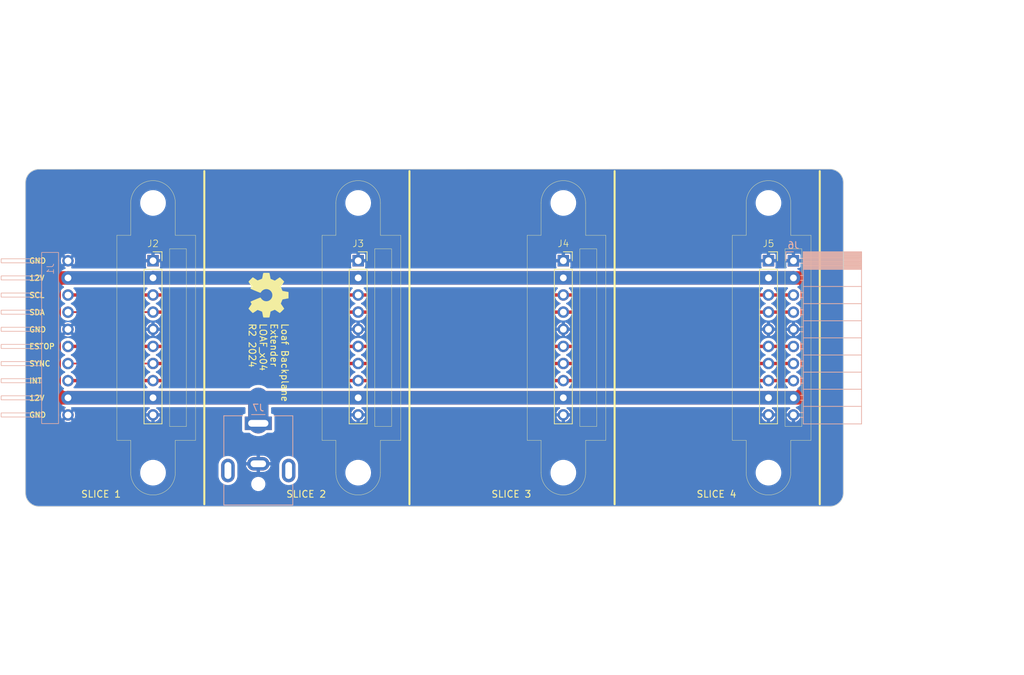
<source format=kicad_pcb>
(kicad_pcb (version 20240108) (generator "pcbnew") (generator_version "8.0")
  (layers (0 "F.Cu" signal) (31 "B.Cu" signal) (34 "B.Paste" user) (35 "F.Paste" user) (36 "B.SilkS" user "B.Silkscreen") (37 "F.SilkS" user "F.Silkscreen") (38 "B.Mask" user) (39 "F.Mask" user) (44 "Edge.Cuts" user))
  (net 0 "")
  (net 1 "GND")
  (net 2 "+12V")
  (net 3 "/SCL_5V")
  (net 4 "/SDA_5V")
  (net 5 "/E_STOP_5V")
  (net 6 "/INT_5V")
  (net 7 "/SYNC_5V")
  (footprint "SparkFun-Connector:BREAD 10-Pin Connector" (layer "F.Cu") (at 103.2 107.12)
    (property "Reference" "J3" (at 0 -13.97 0) (layer "F.SilkS") (effects (font (thickness 0.1))))
    (property "Value" "Conn_01x10_Male")
    (fp_line (start -5.35 -15.2) (end -5.35 15.2) (stroke (width 0.05)) (layer "F.SilkS"))
    (fp_line (start -3.3 -15.2) (end -5.35 -15.2) (stroke (width 0.05)) (layer "F.SilkS"))
    (fp_line (start -3.3 15.2) (end -5.35 15.2) (stroke (width 0.05)) (layer "F.SilkS"))
    (fp_line (start -3.299924 -19.97) (end -3.3 -15.2) (stroke (width 0.05)) (layer "F.SilkS"))
    (fp_line (start -3.299924 19.970001) (end -3.299848 15.200001) (stroke (width 0.05)) (layer "F.SilkS"))
    (fp_line (start -1.33 -10.16) (end -1.33 12.76) (stroke (width 0.12)) (layer "F.SilkS"))
    (fp_line (start -1.33 -10.16) (end 1.33 -10.16) (stroke (width 0.12)) (layer "F.SilkS"))
    (fp_line (start -1.33 12.76) (end 1.33 12.76) (stroke (width 0.12)) (layer "F.SilkS"))
    (fp_line (start 0 -12.76) (end 1.33 -12.76) (stroke (width 0.12)) (layer "F.SilkS"))
    (fp_line (start 1.33 -12.76) (end 1.33 -11.43) (stroke (width 0.12)) (layer "F.SilkS"))
    (fp_line (start 1.33 -10.16) (end 1.33 12.76) (stroke (width 0.12)) (layer "F.SilkS"))
    (fp_line (start 3.299924 -19.970001) (end 3.3 -15.2) (stroke (width 0.05)) (layer "F.SilkS"))
    (fp_line (start 3.299924 19.97) (end 3.3 15.2) (stroke (width 0.05)) (layer "F.SilkS"))
    (fp_line (start 6.3 -15.2) (end 3.3 -15.2) (stroke (width 0.05)) (layer "F.SilkS"))
    (fp_line (start 6.3 -15.2) (end 6.3 15.2) (stroke (width 0.05)) (layer "F.SilkS"))
    (fp_line (start 6.3 15.2) (end 3.3 15.2) (stroke (width 0.05)) (layer "F.SilkS"))
    (fp_rect (start 2.45 -13.2) (end 4.95 13.15) (stroke (width 0.05)) (fill none) (layer "F.SilkS"))
    (fp_arc (start -3.299924 -19.97) (mid 0 -23.30006) (end 3.299924 -19.970001) (stroke (width 0.05)) (layer "F.SilkS"))
    (fp_arc (start 3.299924 19.97) (mid 0 23.30006) (end -3.299924 19.970001) (stroke (width 0.05)) (layer "F.SilkS"))
    (pad "" np_thru_hole circle (at 0 -20) (size 3.3 3.3) (drill 3.3) (layers "F&B.Cu" "*.Mask"))
    (pad "" np_thru_hole circle (at 0 20) (size 3.3 3.3) (drill 3.3) (layers "F&B.Cu" "*.Mask"))
    (pad "1" thru_hole rect (at 0 -11.43) (size 1.7 1.7) (drill 1) (layers "*.Cu" "*.Mask") (net 1 "GND"))
    (pad "2" thru_hole oval (at 0 -8.89) (size 1.7 1.7) (drill 1) (layers "*.Cu" "*.Mask") (net 2 "+12V"))
    (pad "3" thru_hole oval (at 0 -6.35) (size 1.7 1.7) (drill 1) (layers "*.Cu" "*.Mask") (net 3 "/SCL_5V"))
    (pad "4" thru_hole oval (at 0 -3.81) (size 1.7 1.7) (drill 1) (layers "*.Cu" "*.Mask") (net 4 "/SDA_5V"))
    (pad "5" thru_hole oval (at 0 -1.27) (size 1.7 1.7) (drill 1) (layers "*.Cu" "*.Mask") (net 1 "GND"))
    (pad "6" thru_hole oval (at 0 1.27) (size 1.7 1.7) (drill 1) (layers "*.Cu" "*.Mask") (net 5 "/E_STOP_5V"))
    (pad "7" thru_hole oval (at 0 3.81) (size 1.7 1.7) (drill 1) (layers "*.Cu" "*.Mask") (net 6 "/INT_5V"))
    (pad "8" thru_hole oval (at 0 6.35) (size 1.7 1.7) (drill 1) (layers "*.Cu" "*.Mask") (net 7 "/SYNC_5V"))
    (pad "9" thru_hole oval (at 0 8.89) (size 1.7 1.7) (drill 1) (layers "*.Cu" "*.Mask") (net 2 "+12V"))
    (pad "10" thru_hole oval (at 0 11.43) (size 1.7 1.7) (drill 1) (layers "*.Cu" "*.Mask") (net 1 "GND"))
  )
  (footprint "SparkFun-Connector:BREAD 10-Pin Connector" (layer "F.Cu") (at 164 107.12)
    (property "Reference" "J5" (at 0 -13.97 0) (layer "F.SilkS") (effects (font (thickness 0.1))))
    (property "Value" "Conn_01x10_Male")
    (fp_line (start -5.35 -15.2) (end -5.35 15.2) (stroke (width 0.05)) (layer "F.SilkS"))
    (fp_line (start -3.3 -15.2) (end -5.35 -15.2) (stroke (width 0.05)) (layer "F.SilkS"))
    (fp_line (start -3.3 15.2) (end -5.35 15.2) (stroke (width 0.05)) (layer "F.SilkS"))
    (fp_line (start -3.299924 -19.97) (end -3.3 -15.2) (stroke (width 0.05)) (layer "F.SilkS"))
    (fp_line (start -3.299924 19.970001) (end -3.299848 15.200001) (stroke (width 0.05)) (layer "F.SilkS"))
    (fp_line (start -1.33 -10.16) (end -1.33 12.76) (stroke (width 0.12)) (layer "F.SilkS"))
    (fp_line (start -1.33 -10.16) (end 1.33 -10.16) (stroke (width 0.12)) (layer "F.SilkS"))
    (fp_line (start -1.33 12.76) (end 1.33 12.76) (stroke (width 0.12)) (layer "F.SilkS"))
    (fp_line (start 0 -12.76) (end 1.33 -12.76) (stroke (width 0.12)) (layer "F.SilkS"))
    (fp_line (start 1.33 -12.76) (end 1.33 -11.43) (stroke (width 0.12)) (layer "F.SilkS"))
    (fp_line (start 1.33 -10.16) (end 1.33 12.76) (stroke (width 0.12)) (layer "F.SilkS"))
    (fp_line (start 3.299924 -19.970001) (end 3.3 -15.2) (stroke (width 0.05)) (layer "F.SilkS"))
    (fp_line (start 3.299924 19.97) (end 3.3 15.2) (stroke (width 0.05)) (layer "F.SilkS"))
    (fp_line (start 6.3 -15.2) (end 3.3 -15.2) (stroke (width 0.05)) (layer "F.SilkS"))
    (fp_line (start 6.3 -15.2) (end 6.3 15.2) (stroke (width 0.05)) (layer "F.SilkS"))
    (fp_line (start 6.3 15.2) (end 3.3 15.2) (stroke (width 0.05)) (layer "F.SilkS"))
    (fp_rect (start 2.45 -13.2) (end 4.95 13.15) (stroke (width 0.05)) (fill none) (layer "F.SilkS"))
    (fp_arc (start -3.299924 -19.97) (mid 0 -23.30006) (end 3.299924 -19.970001) (stroke (width 0.05)) (layer "F.SilkS"))
    (fp_arc (start 3.299924 19.97) (mid 0 23.30006) (end -3.299924 19.970001) (stroke (width 0.05)) (layer "F.SilkS"))
    (pad "" np_thru_hole circle (at 0 -20) (size 3.3 3.3) (drill 3.3) (layers "F&B.Cu" "*.Mask"))
    (pad "" np_thru_hole circle (at 0 20) (size 3.3 3.3) (drill 3.3) (layers "F&B.Cu" "*.Mask"))
    (pad "1" thru_hole rect (at 0 -11.43) (size 1.7 1.7) (drill 1) (layers "*.Cu" "*.Mask") (net 1 "GND"))
    (pad "2" thru_hole oval (at 0 -8.89) (size 1.7 1.7) (drill 1) (layers "*.Cu" "*.Mask") (net 2 "+12V"))
    (pad "3" thru_hole oval (at 0 -6.35) (size 1.7 1.7) (drill 1) (layers "*.Cu" "*.Mask") (net 3 "/SCL_5V"))
    (pad "4" thru_hole oval (at 0 -3.81) (size 1.7 1.7) (drill 1) (layers "*.Cu" "*.Mask") (net 4 "/SDA_5V"))
    (pad "5" thru_hole oval (at 0 -1.27) (size 1.7 1.7) (drill 1) (layers "*.Cu" "*.Mask") (net 1 "GND"))
    (pad "6" thru_hole oval (at 0 1.27) (size 1.7 1.7) (drill 1) (layers "*.Cu" "*.Mask") (net 5 "/E_STOP_5V"))
    (pad "7" thru_hole oval (at 0 3.81) (size 1.7 1.7) (drill 1) (layers "*.Cu" "*.Mask") (net 6 "/INT_5V"))
    (pad "8" thru_hole oval (at 0 6.35) (size 1.7 1.7) (drill 1) (layers "*.Cu" "*.Mask") (net 7 "/SYNC_5V"))
    (pad "9" thru_hole oval (at 0 8.89) (size 1.7 1.7) (drill 1) (layers "*.Cu" "*.Mask") (net 2 "+12V"))
    (pad "10" thru_hole oval (at 0 11.43) (size 1.7 1.7) (drill 1) (layers "*.Cu" "*.Mask") (net 1 "GND"))
  )
  (footprint "Symbol:OSHW-Symbol_6.7x6mm_SilkScreen" (layer "F.Cu") (at 89.9 100.788993 -90)
    (property "Reference" "Logo1" (hide yes))
    (property "Value" "Logo_Open_Hardware_Small" (hide yes))
    (fp_poly (pts (xy 0.555814 -2.531069) (xy 0.639635 -2.086445) (xy 0.94892 -1.958947) (xy 1.258206 -1.831449) (xy 1.629246 -2.083754) (xy 1.733157 -2.154004) (xy 1.827087 -2.216728) (xy 1.906652 -2.269062) (xy 1.96747 -2.308143) (xy 2.005157 -2.331107) (xy 2.015421 -2.336058) (xy 2.03391 -2.323324) (xy 2.07342 -2.288118) (xy 2.129522 -2.234938) (xy 2.197787 -2.168282) (xy 2.273786 -2.092646) (xy 2.353092 -2.012528) (xy 2.431275 -1.932426) (xy 2.503907 -1.856836) (xy 2.566559 -1.790255) (xy 2.614803 -1.737182) (xy 2.64421 -1.702113) (xy 2.651241 -1.690377) (xy 2.641123 -1.66874) (xy 2.612759 -1.621338) (xy 2.569129 -1.552807) (xy 2.513218 -1.467785) (xy 2.448006 -1.370907) (xy 2.410219 -1.31565) (xy 2.341343 -1.214752) (xy 2.28014 -1.123701) (xy 2.229578 -1.04703) (xy 2.192628 -0.989272) (xy 2.172258 -0.954957) (xy 2.169197 -0.947746) (xy 2.176136 -0.927252) (xy 2.195051 -0.879487) (xy 2.223087 -0.811168) (xy 2.257391 -0.729011) (xy 2.295109 -0.63973) (xy 2.333387 -0.550042) (xy 2.36937 -0.466662) (xy 2.400206 -0.396306) (xy 2.423039 -0.34569) (xy 2.435017 -0.321529) (xy 2.435724 -0.320578) (xy 2.454531 -0.315964) (xy 2.504618 -0.305672) (xy 2.580793 -0.290713) (xy 2.677865 -0.272099) (xy 2.790643 -0.250841) (xy 2.856442 -0.238582) (xy 2.97695 -0.215638) (xy 3.085797 -0.193805) (xy 3.177476 -0.174278) (xy 3.246481 -0.158252) (xy 3.287304 -0.146921) (xy 3.295511 -0.143326) (xy 3.303548 -0.118994) (xy 3.310033 -0.064041) (xy 3.31497 0.015108) (xy 3.318364 0.112026) (xy 3.320218 0.220287) (xy 3.320538 0.333465) (xy 3.319327 0.445135) (xy 3.31659 0.548868) (xy 3.312331 0.638241) (xy 3.306555 0.706826) (xy 3.299267 0.748197) (xy 3.294895 0.75681) (xy 3.268764 0.767133) (xy 3.213393 0.781892) (xy 3.136107 0.799352) (xy 3.04423 0.81778) (xy 3.012158 0.823741) (xy 2.857524 0.852066) (xy 2.735375 0.874876) (xy 2.641673 0.89308) (xy 2.572384 0.907583) (xy 2.523471 0.919292) (xy 2.490897 0.929115) (xy 2.470628 0.937956) (xy 2.458626 0.946724) (xy 2.456947 0.948457) (xy 2.440184 0.976371) (xy 2.414614 1.030695) (xy 2.382788 1.104777) (xy 2.34726 1.191965) (xy 2.310583 1.285608) (xy 2.275311 1.379052) (xy 2.243996 1.465647) (xy 2.219193 1.53874) (xy 2.203454 1.591678) (xy 2.199332 1.617811) (xy 2.199676 1.618726) (xy 2.213641 1.640086) (xy 2.245322 1.687084) (xy 2.291391 1.754827) (xy 2.348518 1.838423) (xy 2.413373 1.932982) (xy 2.431843 1.959854) (xy 2.497699 2.057275) (xy 2.55565 2.146163) (xy 2.602538 2.221412) (xy 2.635207 2.27792) (xy 2.6505 2.310581) (xy 2.651241 2.314593) (xy 2.638392 2.335684) (xy 2.602888 2.377464) (xy 2.549293 2.435445) (xy 2.482171 2.505135) (xy 2.406087 2.582045) (xy 2.325604 2.661683) (xy 2.245287 2.739561) (xy 2.169699 2.811186) (xy 2.103405 2.87207) (xy 2.050969 2.917721) (xy 2.016955 2.94365) (xy 2.007545 2.947883) (xy 1.985643 2.937912) (xy 1.9408 2.91102) (xy 1.880321 2.871736) (xy 1.833789 2.840117) (xy 1.749475 2.782098) (xy 1.649626 2.713784) (xy 1.549473 2.645579) (xy 1.495627 2.609075) (xy 1.313371 2.4858) (xy 1.160381 2.56852) (xy 1.090682 2.604759) (xy 1.031414 2.632926) (xy 0.991311 2.648991) (xy 0.981103 2.651226) (xy 0.968829 2.634722) (xy 0.944613 2.588082) (xy 0.910263 2.515609) (xy 0.867588 2.421606) (xy 0.818394 2.310374) (xy 0.76449 2.186215) (xy 0.707684 2.053432) (xy 0.649782 1.916327) (xy 0.592593 1.779202) (xy 0.537924 1.646358) (xy 0.487584 1.522098) (xy 0.44338 1.410725) (xy 0.407119 1.316539) (xy 0.380609 1.243844) (xy 0.365658 1.196941) (xy 0.363254 1.180833) (xy 0.382311 1.160286) (xy 0.424036 1.126933) (xy 0.479706 1.087702) (xy 0.484378 1.084599) (xy 0.628264 0.969423) (xy 0.744283 0.835053) (xy 0.83143 0.685784) (xy 0.888699 0.525913) (xy 0.915086 0.359737) (xy 0.909585 0.191552) (xy 0.87119 0.025655) (xy 0.798895 -0.133658) (xy 0.777626 -0.168513) (xy 0.666996 -0.309263) (xy 0.536302 -0.422286) (xy 0.390064 -0.506997) (xy 0.232808 -0.562806) (xy 0.069057 -0.589126) (xy -0.096667 -0.58537) (xy -0.259838 -0.55095) (xy -0.415935 -0.485277) (xy -0.560433 -0.387765) (xy -0.605131 -0.348187) (xy -0.718888 -0.224297) (xy -0.801782 -0.093876) (xy -0.858644 0.052315) (xy -0.890313 0.197088) (xy -0.898131 0.35986) (xy -0.872062 0.52344) (xy -0.814755 0.682298) (xy -0.728856 0.830906) (xy -0.617014 0.963735) (xy -0.481877 1.075256) (xy -0.464117 1.087011) (xy -0.40785 1.125508) (xy -0.365077 1.158863) (xy -0.344628 1.18016) (xy -0.344331 1.180833) (xy -0.348721 1.203871) (xy -0.366124 1.256157) (xy -0.394732 1.33339) (xy -0.432735 1.431268) (xy -0.478326 1.545491) (xy -0.529697 1.671758) (xy -0.585038 1.805767) (xy -0.642542 1.943218) (xy -0.700399 2.079808) (xy -0.756802 2.211237) (xy -0.809942 2.333205) (xy -0.85801 2.441409) (xy -0.899199 2.531549) (xy -0.931699 2.599323) (xy -0.953703 2.64043) (xy -0.962564 2.651226) (xy -0.98964 2.642819) (xy -1.040303 2.620272) (xy -1.105817 2.587613) (xy -1.141841 2.56852) (xy -1.294832 2.4858) (xy -1.477088 2.609075) (xy -1.570125 2.672228) (xy -1.671985 2.741727) (xy -1.767438 2.807165) (xy -1.81525 2.840117) (xy -1.882495 2.885273) (xy -1.939436 2.921057) (xy -1.978646 2.942938) (xy -1.991381 2.947563) (xy -2.009917 2.935085) (xy -2.050941 2.900252) (xy -2.110475 2.846678) (xy -2.184542 2.777983) (xy -2.269165 2.697781) (xy -2.322685 2.646286) (xy -2.416319 2.554286) (xy -2.497241 2.471999) (xy -2.562177 2.402945) (xy -2.607858 2.350644) (xy -2.631011 2.318616) (xy -2.633232 2.312116) (xy -2.622924 2.287394) (xy -2.594439 2.237405) (xy -2.550937 2.167212) (xy -2.495577 2.081875) (xy -2.43152 1.986456) (xy -2.413303 1.959854) (xy -2.346927 1.863167) (xy -2.287378 1.776117) (xy -2.237984 1.703595) (xy -2.202075 1.650493) (xy -2.182981 1.621703) (xy -2.181136 1.618726) (xy -2.183895 1.595782) (xy -2.198538 1.545336) (xy -2.222513 1.474041) (xy -2.253266 1.388547) (xy -2.288244 1.295507) (xy -2.324893 1.201574) (xy -2.360661 1.113399) (xy -2.392994 1.037634) (xy -2.419338 0.980931) (xy -2.437142 0.949943) (xy -2.438407 0.948457) (xy -2.449294 0.939601) (xy -2.467682 0.930843) (xy -2.497606 0.921277) (xy -2.543103 0.909996) (xy -2.608209 0.896093) (xy -2.696961 0.878663) (xy -2.813393 0.856798) (xy -2.961542 0.829591) (xy -2.993618 0.823741) (xy -3.088686 0.805374) (xy -3.171565 0.787405) (xy -3.23493 0.771569) (xy -3.271458 0.7596) (xy -3.276356 0.75681) (xy -3.284427 0.732072) (xy -3.290987 0.67679) (xy -3.296033 0.597389) (xy -3.299559 0.500296) (xy -3.301561 0.391938) (xy -3.302036 0.27874) (xy -3.300977 0.167128) (xy -3.298382 0.063529) (xy -3.294246 -0.025632) (xy -3.288563 -0.093928) (xy -3.281331 -0.134934) (xy -3.276971 -0.143326) (xy -3.252698 -0.151792) (xy -3.197426 -0.165565) (xy -3.116662 -0.18345) (xy -3.015912 -0.204252) (xy -2.900683 -0.226777) (xy -2.837902 -0.238582) (xy -2.718787 -0.260849) (xy -2.612565 -0.281021) (xy -2.524427 -0.298085) (xy -2.459566 -0.311031) (xy -2.423174 -0.318845) (xy -2.417184 -0.320578) (xy -2.407061 -0.34011) (xy -2.385662 -0.387157) (xy -2.355839 -0.454997) (xy -2.320445 -0.536909) (xy -2.282332 -0.626172) (xy -2.244353 -0.716065) (xy -2.20936 -0.799865) (xy -2.180206 -0.870853) (xy -2.159743 -0.922306) (xy -2.150823 -0.947503) (xy -2.150657 -0.948604) (xy -2.160769 -0.968481) (xy -2.189117 -1.014223) (xy -2.232723 -1.081283) (xy -2.288606 -1.165116) (xy -2.353787 -1.261174) (xy -2.391679 -1.31635) (xy -2.460725 -1.417519) (xy -2.52205 -1.50937) (xy -2.572663 -1.587256) (xy -2.609571 -1.646531) (xy -2.629782 -1.682549) (xy -2.632701 -1.690623) (xy -2.620153 -1.709416) (xy -2.585463 -1.749543) (xy -2.533063 -1.806507) (xy -2.467384 -1.875815) (xy -2.392856 -1.952969) (xy -2.313913 -2.033475) (xy -2.234983 -2.112837) (xy -2.1605 -2.18656) (xy -2.094894 -2.250148) (xy -2.042596 -2.299106) (xy -2.008039 -2.328939) (xy -1.996478 -2.336058) (xy -1.977654 -2.326047) (xy -1.932631 -2.297922) (xy -1.865787 -2.254546) (xy -1.781499 -2.198782) (xy -1.684144 -2.133494) (xy -1.610707 -2.083754) (xy -1.239667 -1.831449) (xy -0.621095 -2.086445) (xy -0.537275 -2.531069) (xy -0.453454 -2.975693) (xy 0.471994 -2.975693) (xy 0.555814 -2.531069)) (stroke (width 0.01)) (fill solid) (layer "F.SilkS"))
  )
  (footprint "SparkFun-Connector:BREAD 10-Pin Connector" (layer "F.Cu") (at 133.6 107.12)
    (property "Reference" "J4" (at 0 -13.97 0) (layer "F.SilkS") (effects (font (thickness 0.1))))
    (property "Value" "Conn_01x10_Male")
    (fp_line (start -5.35 -15.2) (end -5.35 15.2) (stroke (width 0.05)) (layer "F.SilkS"))
    (fp_line (start -3.3 -15.2) (end -5.35 -15.2) (stroke (width 0.05)) (layer "F.SilkS"))
    (fp_line (start -3.3 15.2) (end -5.35 15.2) (stroke (width 0.05)) (layer "F.SilkS"))
    (fp_line (start -3.299924 -19.97) (end -3.3 -15.2) (stroke (width 0.05)) (layer "F.SilkS"))
    (fp_line (start -3.299924 19.970001) (end -3.299848 15.200001) (stroke (width 0.05)) (layer "F.SilkS"))
    (fp_line (start -1.33 -10.16) (end -1.33 12.76) (stroke (width 0.12)) (layer "F.SilkS"))
    (fp_line (start -1.33 -10.16) (end 1.33 -10.16) (stroke (width 0.12)) (layer "F.SilkS"))
    (fp_line (start -1.33 12.76) (end 1.33 12.76) (stroke (width 0.12)) (layer "F.SilkS"))
    (fp_line (start 0 -12.76) (end 1.33 -12.76) (stroke (width 0.12)) (layer "F.SilkS"))
    (fp_line (start 1.33 -12.76) (end 1.33 -11.43) (stroke (width 0.12)) (layer "F.SilkS"))
    (fp_line (start 1.33 -10.16) (end 1.33 12.76) (stroke (width 0.12)) (layer "F.SilkS"))
    (fp_line (start 3.299924 -19.970001) (end 3.3 -15.2) (stroke (width 0.05)) (layer "F.SilkS"))
    (fp_line (start 3.299924 19.97) (end 3.3 15.2) (stroke (width 0.05)) (layer "F.SilkS"))
    (fp_line (start 6.3 -15.2) (end 3.3 -15.2) (stroke (width 0.05)) (layer "F.SilkS"))
    (fp_line (start 6.3 -15.2) (end 6.3 15.2) (stroke (width 0.05)) (layer "F.SilkS"))
    (fp_line (start 6.3 15.2) (end 3.3 15.2) (stroke (width 0.05)) (layer "F.SilkS"))
    (fp_rect (start 2.45 -13.2) (end 4.95 13.15) (stroke (width 0.05)) (fill none) (layer "F.SilkS"))
    (fp_arc (start -3.299924 -19.97) (mid 0 -23.30006) (end 3.299924 -19.970001) (stroke (width 0.05)) (layer "F.SilkS"))
    (fp_arc (start 3.299924 19.97) (mid 0 23.30006) (end -3.299924 19.970001) (stroke (width 0.05)) (layer "F.SilkS"))
    (pad "" np_thru_hole circle (at 0 -20) (size 3.3 3.3) (drill 3.3) (layers "F&B.Cu" "*.Mask"))
    (pad "" np_thru_hole circle (at 0 20) (size 3.3 3.3) (drill 3.3) (layers "F&B.Cu" "*.Mask"))
    (pad "1" thru_hole rect (at 0 -11.43) (size 1.7 1.7) (drill 1) (layers "*.Cu" "*.Mask") (net 1 "GND"))
    (pad "2" thru_hole oval (at 0 -8.89) (size 1.7 1.7) (drill 1) (layers "*.Cu" "*.Mask") (net 2 "+12V"))
    (pad "3" thru_hole oval (at 0 -6.35) (size 1.7 1.7) (drill 1) (layers "*.Cu" "*.Mask") (net 3 "/SCL_5V"))
    (pad "4" thru_hole oval (at 0 -3.81) (size 1.7 1.7) (drill 1) (layers "*.Cu" "*.Mask") (net 4 "/SDA_5V"))
    (pad "5" thru_hole oval (at 0 -1.27) (size 1.7 1.7) (drill 1) (layers "*.Cu" "*.Mask") (net 1 "GND"))
    (pad "6" thru_hole oval (at 0 1.27) (size 1.7 1.7) (drill 1) (layers "*.Cu" "*.Mask") (net 5 "/E_STOP_5V"))
    (pad "7" thru_hole oval (at 0 3.81) (size 1.7 1.7) (drill 1) (layers "*.Cu" "*.Mask") (net 6 "/INT_5V"))
    (pad "8" thru_hole oval (at 0 6.35) (size 1.7 1.7) (drill 1) (layers "*.Cu" "*.Mask") (net 7 "/SYNC_5V"))
    (pad "9" thru_hole oval (at 0 8.89) (size 1.7 1.7) (drill 1) (layers "*.Cu" "*.Mask") (net 2 "+12V"))
    (pad "10" thru_hole oval (at 0 11.43) (size 1.7 1.7) (drill 1) (layers "*.Cu" "*.Mask") (net 1 "GND"))
  )
  (footprint "SparkFun-Connector:BREAD 10-Pin Connector" (layer "F.Cu") (at 72.8 107.12)
    (property "Reference" "J2" (at 0 -13.97 0) (layer "F.SilkS") (effects (font (thickness 0.1))))
    (property "Value" "Conn_01x10_Male")
    (fp_line (start -5.35 -15.2) (end -5.35 15.2) (stroke (width 0.05)) (layer "F.SilkS"))
    (fp_line (start -3.3 -15.2) (end -5.35 -15.2) (stroke (width 0.05)) (layer "F.SilkS"))
    (fp_line (start -3.3 15.2) (end -5.35 15.2) (stroke (width 0.05)) (layer "F.SilkS"))
    (fp_line (start -3.299924 -19.97) (end -3.3 -15.2) (stroke (width 0.05)) (layer "F.SilkS"))
    (fp_line (start -3.299924 19.970001) (end -3.299848 15.200001) (stroke (width 0.05)) (layer "F.SilkS"))
    (fp_line (start -1.33 -10.16) (end -1.33 12.76) (stroke (width 0.12)) (layer "F.SilkS"))
    (fp_line (start -1.33 -10.16) (end 1.33 -10.16) (stroke (width 0.12)) (layer "F.SilkS"))
    (fp_line (start -1.33 12.76) (end 1.33 12.76) (stroke (width 0.12)) (layer "F.SilkS"))
    (fp_line (start 0 -12.76) (end 1.33 -12.76) (stroke (width 0.12)) (layer "F.SilkS"))
    (fp_line (start 1.33 -12.76) (end 1.33 -11.43) (stroke (width 0.12)) (layer "F.SilkS"))
    (fp_line (start 1.33 -10.16) (end 1.33 12.76) (stroke (width 0.12)) (layer "F.SilkS"))
    (fp_line (start 3.299924 -19.970001) (end 3.3 -15.2) (stroke (width 0.05)) (layer "F.SilkS"))
    (fp_line (start 3.299924 19.97) (end 3.3 15.2) (stroke (width 0.05)) (layer "F.SilkS"))
    (fp_line (start 6.3 -15.2) (end 3.3 -15.2) (stroke (width 0.05)) (layer "F.SilkS"))
    (fp_line (start 6.3 -15.2) (end 6.3 15.2) (stroke (width 0.05)) (layer "F.SilkS"))
    (fp_line (start 6.3 15.2) (end 3.3 15.2) (stroke (width 0.05)) (layer "F.SilkS"))
    (fp_rect (start 2.45 -13.2) (end 4.95 13.15) (stroke (width 0.05)) (fill none) (layer "F.SilkS"))
    (fp_arc (start -3.299924 -19.97) (mid 0 -23.30006) (end 3.299924 -19.970001) (stroke (width 0.05)) (layer "F.SilkS"))
    (fp_arc (start 3.299924 19.97) (mid 0 23.30006) (end -3.299924 19.970001) (stroke (width 0.05)) (layer "F.SilkS"))
    (pad "" np_thru_hole circle (at 0 -20) (size 3.3 3.3) (drill 3.3) (layers "F&B.Cu" "*.Mask"))
    (pad "" np_thru_hole circle (at 0 20) (size 3.3 3.3) (drill 3.3) (layers "F&B.Cu" "*.Mask"))
    (pad "1" thru_hole rect (at 0 -11.43) (size 1.7 1.7) (drill 1) (layers "*.Cu" "*.Mask") (net 1 "GND"))
    (pad "2" thru_hole oval (at 0 -8.89) (size 1.7 1.7) (drill 1) (layers "*.Cu" "*.Mask") (net 2 "+12V"))
    (pad "3" thru_hole oval (at 0 -6.35) (size 1.7 1.7) (drill 1) (layers "*.Cu" "*.Mask") (net 3 "/SCL_5V"))
    (pad "4" thru_hole oval (at 0 -3.81) (size 1.7 1.7) (drill 1) (layers "*.Cu" "*.Mask") (net 4 "/SDA_5V"))
    (pad "5" thru_hole oval (at 0 -1.27) (size 1.7 1.7) (drill 1) (layers "*.Cu" "*.Mask") (net 1 "GND"))
    (pad "6" thru_hole oval (at 0 1.27) (size 1.7 1.7) (drill 1) (layers "*.Cu" "*.Mask") (net 5 "/E_STOP_5V"))
    (pad "7" thru_hole oval (at 0 3.81) (size 1.7 1.7) (drill 1) (layers "*.Cu" "*.Mask") (net 6 "/INT_5V"))
    (pad "8" thru_hole oval (at 0 6.35) (size 1.7 1.7) (drill 1) (layers "*.Cu" "*.Mask") (net 7 "/SYNC_5V"))
    (pad "9" thru_hole oval (at 0 8.89) (size 1.7 1.7) (drill 1) (layers "*.Cu" "*.Mask") (net 2 "+12V"))
    (pad "10" thru_hole oval (at 0 11.43) (size 1.7 1.7) (drill 1) (layers "*.Cu" "*.Mask") (net 1 "GND"))
  )
  (footprint "Connector_BarrelJack:BarrelJack_CUI_PJ-063AH_Horizontal" (layer "B.Cu") (at 88.4 119.8 180)
    (property "Reference" "J7" (at 0 2.3 0) (layer "B.SilkS") (effects (justify mirror)))
    (property "Value" "Barrel_Jack")
    (fp_line (start 5.11 1.11) (end 5.11 -4.95) (stroke (width 0.12)) (layer "B.SilkS"))
    (fp_line (start 5.11 -9.05) (end 5.11 -12.11) (stroke (width 0.12)) (layer "B.SilkS"))
    (fp_line (start 5.11 -12.11) (end -5.11 -12.11) (stroke (width 0.12)) (layer "B.SilkS"))
    (fp_line (start 2.3 1.11) (end 5.11 1.11) (stroke (width 0.12)) (layer "B.SilkS"))
    (fp_line (start -1 1.3) (end 1 1.3) (stroke (width 0.12)) (layer "B.SilkS"))
    (fp_line (start -5.11 1.11) (end -2.3 1.11) (stroke (width 0.12)) (layer "B.SilkS"))
    (fp_line (start -5.11 -4.95) (end -5.11 1.11) (stroke (width 0.12)) (layer "B.SilkS"))
    (fp_line (start -5.11 -12.11) (end -5.11 -9.05) (stroke (width 0.12)) (layer "B.SilkS"))
    (pad "" np_thru_hole circle (at 0 -9 180) (size 1.6 1.6) (drill 1.6) (layers "*.Cu" "*.Mask"))
    (pad "1" thru_hole rect (at 0 0 180) (size 4 2) (drill oval 3 1) (layers "*.Cu" "*.Mask") (net 2 "+12V"))
    (pad "2" thru_hole oval (at 0 -6 180) (size 3.3 2) (drill oval 2.3 1) (layers "*.Cu" "*.Mask") (net 1 "GND"))
    (pad "MP" thru_hole oval (at -4.5 -7 180) (size 2 3.5) (drill oval 1 2.5) (layers "*.Cu" "*.Mask"))
    (pad "MP" thru_hole oval (at 4.5 -7 180) (size 2 3.5) (drill oval 1 2.5) (layers "*.Cu" "*.Mask"))
  )
  (footprint "SparkFun-Connector:1x10 RA Male Header 2.54mm Pitch" (layer "B.Cu") (at 60.2 95.7 -90)
    (property "Reference" "J1" (at 1.2 2.6 90) (layer "B.SilkS") (effects (font (thickness 0.1)) (justify mirror)))
    (property "Value" "PPPC101LGBN-RC")
    (fp_rect (start -0.3 9.9) (end 0.3 3.9) (stroke (width 0.1)) (fill none) (layer "B.SilkS"))
    (fp_rect (start 2.24 9.9) (end 2.84 3.9) (stroke (width 0.1)) (fill none) (layer "B.SilkS"))
    (fp_rect (start 4.78 9.9) (end 5.38 3.9) (stroke (width 0.1)) (fill none) (layer "B.SilkS"))
    (fp_rect (start 7.32 9.9) (end 7.92 3.9) (stroke (width 0.1)) (fill none) (layer "B.SilkS"))
    (fp_rect (start 9.86 9.9) (end 10.46 3.9) (stroke (width 0.1)) (fill none) (layer "B.SilkS"))
    (fp_rect (start 12.4 9.9) (end 13 3.9) (stroke (width 0.1)) (fill none) (layer "B.SilkS"))
    (fp_rect (start 14.94 9.9) (end 15.54 3.9) (stroke (width 0.1)) (fill none) (layer "B.SilkS"))
    (fp_rect (start 17.48 9.9) (end 18.08 3.9) (stroke (width 0.1)) (fill none) (layer "B.SilkS"))
    (fp_rect (start 20.02 9.9) (end 20.62 3.9) (stroke (width 0.1)) (fill none) (layer "B.SilkS"))
    (fp_rect (start 22.56 9.9) (end 23.16 3.9) (stroke (width 0.1)) (fill none) (layer "B.SilkS"))
    (fp_rect (start -1.2375 3.9) (end 24.1375 1.4) (stroke (width 0.1)) (fill none) (layer "B.SilkS"))
    (pad "1" thru_hole circle (at 22.86 0 270) (size 1.7 1.7) (drill 1) (layers "*.Cu" "*.Mask") (net 1 "GND"))
    (pad "2" thru_hole circle (at 20.32 0 270) (size 1.7 1.7) (drill 1) (layers "*.Cu" "*.Mask") (net 2 "+12V"))
    (pad "3" thru_hole circle (at 17.78 0 270) (size 1.7 1.7) (drill 1) (layers "*.Cu" "*.Mask") (net 7 "/SYNC_5V"))
    (pad "4" thru_hole circle (at 15.24 0 270) (size 1.7 1.7) (drill 1) (layers "*.Cu" "*.Mask") (net 6 "/INT_5V"))
    (pad "5" thru_hole circle (at 12.7 0 270) (size 1.7 1.7) (drill 1) (layers "*.Cu" "*.Mask") (net 5 "/E_STOP_5V"))
    (pad "6" thru_hole circle (at 10.16 0 270) (size 1.7 1.7) (drill 1) (layers "*.Cu" "*.Mask") (net 1 "GND"))
    (pad "7" thru_hole circle (at 7.62 0 270) (size 1.7 1.7) (drill 1) (layers "*.Cu" "*.Mask") (net 4 "/SDA_5V"))
    (pad "8" thru_hole circle (at 5.08 0 270) (size 1.7 1.7) (drill 1) (layers "*.Cu" "*.Mask") (net 3 "/SCL_5V"))
    (pad "9" thru_hole circle (at 2.54 0 270) (size 1.7 1.7) (drill 1) (layers "*.Cu" "*.Mask") (net 2 "+12V"))
    (pad "10" thru_hole circle (at 0 0 270) (size 1.7 1.7) (drill 1) (layers "*.Cu" "*.Mask") (net 1 "GND"))
  )
  (footprint "Connector_PinSocket_2.54mm:PinSocket_1x10_P2.54mm_Horizontal" (layer "B.Cu") (at 167.7 95.7 180)
    (property "Reference" "J6" (at 0 2.3 0) (layer "B.SilkS") (effects (justify mirror)))
    (property "Value" "PPPC101LGBN-RC")
    (fp_line (start 1.11 1.33) (end 1.11 0) (stroke (width 0.12)) (layer "B.SilkS"))
    (fp_line (start 0 1.33) (end 1.11 1.33) (stroke (width 0.12)) (layer "B.SilkS"))
    (fp_line (start -1.46 1.33) (end -1.46 -24.19) (stroke (width 0.12)) (layer "B.SilkS"))
    (fp_line (start -1.46 0.36) (end -1.11 0.36) (stroke (width 0.12)) (layer "B.SilkS"))
    (fp_line (start -1.46 -0.36) (end -1.11 -0.36) (stroke (width 0.12)) (layer "B.SilkS"))
    (fp_line (start -1.46 -2.18) (end -1.05 -2.18) (stroke (width 0.12)) (layer "B.SilkS"))
    (fp_line (start -1.46 -2.9) (end -1.05 -2.9) (stroke (width 0.12)) (layer "B.SilkS"))
    (fp_line (start -1.46 -4.72) (end -1.05 -4.72) (stroke (width 0.12)) (layer "B.SilkS"))
    (fp_line (start -1.46 -5.44) (end -1.05 -5.44) (stroke (width 0.12)) (layer "B.SilkS"))
    (fp_line (start -1.46 -7.26) (end -1.05 -7.26) (stroke (width 0.12)) (layer "B.SilkS"))
    (fp_line (start -1.46 -7.98) (end -1.05 -7.98) (stroke (width 0.12)) (layer "B.SilkS"))
    (fp_line (start -1.46 -9.8) (end -1.05 -9.8) (stroke (width 0.12)) (layer "B.SilkS"))
    (fp_line (start -1.46 -10.52) (end -1.05 -10.52) (stroke (width 0.12)) (layer "B.SilkS"))
    (fp_line (start -1.46 -12.34) (end -1.05 -12.34) (stroke (width 0.12)) (layer "B.SilkS"))
    (fp_line (start -1.46 -13.06) (end -1.05 -13.06) (stroke (width 0.12)) (layer "B.SilkS"))
    (fp_line (start -1.46 -14.88) (end -1.05 -14.88) (stroke (width 0.12)) (layer "B.SilkS"))
    (fp_line (start -1.46 -15.6) (end -1.05 -15.6) (stroke (width 0.12)) (layer "B.SilkS"))
    (fp_line (start -1.46 -17.42) (end -1.05 -17.42) (stroke (width 0.12)) (layer "B.SilkS"))
    (fp_line (start -1.46 -18.14) (end -1.05 -18.14) (stroke (width 0.12)) (layer "B.SilkS"))
    (fp_line (start -1.46 -19.96) (end -1.05 -19.96) (stroke (width 0.12)) (layer "B.SilkS"))
    (fp_line (start -1.46 -20.68) (end -1.05 -20.68) (stroke (width 0.12)) (layer "B.SilkS"))
    (fp_line (start -1.46 -22.5) (end -1.05 -22.5) (stroke (width 0.12)) (layer "B.SilkS"))
    (fp_line (start -1.46 -23.22) (end -1.05 -23.22) (stroke (width 0.12)) (layer "B.SilkS"))
    (fp_line (start -10.09 1.33) (end -1.46 1.33) (stroke (width 0.12)) (layer "B.SilkS"))
    (fp_line (start -10.09 1.33) (end -10.09 -24.19) (stroke (width 0.12)) (layer "B.SilkS"))
    (fp_line (start -10.09 1.21) (end -1.46 1.21) (stroke (width 0.12)) (layer "B.SilkS"))
    (fp_line (start -10.09 1.091905) (end -1.46 1.091905) (stroke (width 0.12)) (layer "B.SilkS"))
    (fp_line (start -10.09 0.97381) (end -1.46 0.97381) (stroke (width 0.12)) (layer "B.SilkS"))
    (fp_line (start -10.09 0.855715) (end -1.46 0.855715) (stroke (width 0.12)) (layer "B.SilkS"))
    (fp_line (start -10.09 0.73762) (end -1.46 0.73762) (stroke (width 0.12)) (layer "B.SilkS"))
    (fp_line (start -10.09 0.619525) (end -1.46 0.619525) (stroke (width 0.12)) (layer "B.SilkS"))
    (fp_line (start -10.09 0.50143) (end -1.46 0.50143) (stroke (width 0.12)) (layer "B.SilkS"))
    (fp_line (start -10.09 0.383335) (end -1.46 0.383335) (stroke (width 0.12)) (layer "B.SilkS"))
    (fp_line (start -10.09 0.26524) (end -1.46 0.26524) (stroke (width 0.12)) (layer "B.SilkS"))
    (fp_line (start -10.09 0.147145) (end -1.46 0.147145) (stroke (width 0.12)) (layer "B.SilkS"))
    (fp_line (start -10.09 0.02905) (end -1.46 0.02905) (stroke (width 0.12)) (layer "B.SilkS"))
    (fp_line (start -10.09 -0.089045) (end -1.46 -0.089045) (stroke (width 0.12)) (layer "B.SilkS"))
    (fp_line (start -10.09 -0.20714) (end -1.46 -0.20714) (stroke (width 0.12)) (layer "B.SilkS"))
    (fp_line (start -10.09 -0.325235) (end -1.46 -0.325235) (stroke (width 0.12)) (layer "B.SilkS"))
    (fp_line (start -10.09 -0.44333) (end -1.46 -0.44333) (stroke (width 0.12)) (layer "B.SilkS"))
    (fp_line (start -10.09 -0.561425) (end -1.46 -0.561425) (stroke (width 0.12)) (layer "B.SilkS"))
    (fp_line (start -10.09 -0.67952) (end -1.46 -0.67952) (stroke (width 0.12)) (layer "B.SilkS"))
    (fp_line (start -10.09 -0.797615) (end -1.46 -0.797615) (stroke (width 0.12)) (layer "B.SilkS"))
    (fp_line (start -10.09 -0.91571) (end -1.46 -0.91571) (stroke (width 0.12)) (layer "B.SilkS"))
    (fp_line (start -10.09 -1.033805) (end -1.46 -1.033805) (stroke (width 0.12)) (layer "B.SilkS"))
    (fp_line (start -10.09 -1.1519) (end -1.46 -1.1519) (stroke (width 0.12)) (layer "B.SilkS"))
    (fp_line (start -10.09 -1.27) (end -1.46 -1.27) (stroke (width 0.12)) (layer "B.SilkS"))
    (fp_line (start -10.09 -3.81) (end -1.46 -3.81) (stroke (width 0.12)) (layer "B.SilkS"))
    (fp_line (start -10.09 -6.35) (end -1.46 -6.35) (stroke (width 0.12)) (layer "B.SilkS"))
    (fp_line (start -10.09 -8.89) (end -1.46 -8.89) (stroke (width 0.12)) (layer "B.SilkS"))
    (fp_line (start -10.09 -11.43) (end -1.46 -11.43) (stroke (width 0.12)) (layer "B.SilkS"))
    (fp_line (start -10.09 -13.97) (end -1.46 -13.97) (stroke (width 0.12)) (layer "B.SilkS"))
    (fp_line (start -10.09 -16.51) (end -1.46 -16.51) (stroke (width 0.12)) (layer "B.SilkS"))
    (fp_line (start -10.09 -19.05) (end -1.46 -19.05) (stroke (width 0.12)) (layer "B.SilkS"))
    (fp_line (start -10.09 -21.59) (end -1.46 -21.59) (stroke (width 0.12)) (layer "B.SilkS"))
    (fp_line (start -10.09 -24.19) (end -1.46 -24.19) (stroke (width 0.12)) (layer "B.SilkS"))
    (pad "1" thru_hole rect (at 0 0 180) (size 1.7 1.7) (drill 1) (layers "*.Cu" "*.Mask") (net 1 "GND"))
    (pad "2" thru_hole oval (at 0 -2.54 180) (size 1.7 1.7) (drill 1) (layers "*.Cu" "*.Mask") (net 2 "+12V"))
    (pad "3" thru_hole oval (at 0 -5.08 180) (size 1.7 1.7) (drill 1) (layers "*.Cu" "*.Mask") (net 3 "/SCL_5V"))
    (pad "4" thru_hole oval (at 0 -7.62 180) (size 1.7 1.7) (drill 1) (layers "*.Cu" "*.Mask") (net 4 "/SDA_5V"))
    (pad "5" thru_hole oval (at 0 -10.16 180) (size 1.7 1.7) (drill 1) (layers "*.Cu" "*.Mask") (net 1 "GND"))
    (pad "6" thru_hole oval (at 0 -12.7 180) (size 1.7 1.7) (drill 1) (layers "*.Cu" "*.Mask") (net 5 "/E_STOP_5V"))
    (pad "7" thru_hole oval (at 0 -15.24 180) (size 1.7 1.7) (drill 1) (layers "*.Cu" "*.Mask") (net 6 "/INT_5V"))
    (pad "8" thru_hole oval (at 0 -17.78 180) (size 1.7 1.7) (drill 1) (layers "*.Cu" "*.Mask") (net 7 "/SYNC_5V"))
    (pad "9" thru_hole oval (at 0 -20.32 180) (size 1.7 1.7) (drill 1) (layers "*.Cu" "*.Mask") (net 2 "+12V"))
    (pad "10" thru_hole oval (at 0 -22.86 180) (size 1.7 1.7) (drill 1) (layers "*.Cu" "*.Mask") (net 1 "GND"))
  )
  (gr_line (start 171.6 82.4) (end 171.6 131.8) (stroke (width 0.3)) (layer "F.SilkS"))
  (gr_line (start 80.4 82.4) (end 80.4 131.8) (stroke (width 0.3)) (layer "F.SilkS"))
  (gr_line (start 141.2 82.4) (end 141.2 131.8) (stroke (width 0.3)) (layer "F.SilkS"))
  (gr_line (start 110.8 82.4) (end 110.8 131.8) (stroke (width 0.3)) (layer "F.SilkS"))
  (gr_line (start 173.1 82.1) (end 55.9 82.12) (stroke (width 0.1)) (layer "Edge.Cuts"))
  (gr_line (start 55.9 132.12) (end 173.1 132.12) (stroke (width 0.1)) (layer "Edge.Cuts"))
  (gr_line (start 175.1 130.12) (end 175.1 84.1) (stroke (width 0.1)) (layer "Edge.Cuts"))
  (gr_arc (start 175.1 130.12) (mid 174.514214 131.534214) (end 173.1 132.12) (stroke (width 0.1)) (layer "Edge.Cuts"))
  (gr_line (start 53.9 130.12) (end 53.9 84.12) (stroke (width 0.1)) (layer "Edge.Cuts"))
  (gr_arc (start 55.9 132.12) (mid 54.485786 131.534214) (end 53.9 130.12) (stroke (width 0.1)) (layer "Edge.Cuts"))
  (gr_arc (start 53.9 84.12) (mid 54.485786 82.705786) (end 55.9 82.12) (stroke (width 0.1)) (layer "Edge.Cuts"))
  (gr_arc (start 173.1 82.1) (mid 174.514214 82.685786) (end 175.1 84.1) (stroke (width 0.1)) (layer "Edge.Cuts"))
  (gr_text "SLICE 1" (at 65.1 130.3 0) (layer "F.SilkS") (effects (font (size 1 1))))
  (gr_text "INT" (at 55.395238 113.5 0) (layer "F.SilkS") (effects (font (size 0.8 0.8))))
  (gr_text "12V" (at 55.585715 98.25 0) (layer "F.SilkS") (effects (font (size 0.8 0.8))))
  (gr_text "SLICE 2" (at 95.5 130.3 0) (layer "F.SilkS") (effects (font (size 1 1))))
  (gr_text "GND" (at 55.7 95.7 0) (layer "F.SilkS") (effects (font (size 0.8 0.8))))
  (gr_text "SLICE 4" (at 156.3 130.3 0) (layer "F.SilkS") (effects (font (size 1 1))))
  (gr_text "12V" (at 55.585715 116.05 0) (layer "F.SilkS") (effects (font (size 0.8 0.8))))
  (gr_text "SLICE 3" (at 125.9 130.3 0) (layer "F.SilkS") (effects (font (size 1 1))))
  (gr_text "Loaf Backplane\nExtender\nLOAF_x04\nR2 2024" (at 89.913905 104.888993 -90) (layer "F.SilkS") (effects (font (size 1 1)) (justify left)))
  (gr_text "SYNC" (at 56.02381 110.95 0) (layer "F.SilkS") (effects (font (size 0.8 0.8))))
  (gr_text "ESTOP" (at 56.347619 108.4 0) (layer "F.SilkS") (effects (font (size 0.8 0.8))))
  (gr_text "GND" (at 55.7 118.55 0) (layer "F.SilkS") (effects (font (size 0.8 0.8))))
  (gr_text "SDA" (at 55.604762 103.35 0) (layer "F.SilkS") (effects (font (size 0.8 0.8))))
  (gr_text "GND" (at 55.7 105.9 0) (layer "F.SilkS") (effects (font (size 0.8 0.8))))
  (gr_text "SCL" (at 55.585715 100.8 0) (layer "F.SilkS") (effects (font (size 0.8 0.8))))
  (segment (start 169.75 99.087919) (end 169.75 114.75) (width 2) (layer "F.Cu") (net 2))
  (segment (start 164 116.01) (end 133.6 116.01) (width 2) (layer "F.Cu") (net 2))
  (segment (start 60.21 116.01) (end 60.2 116.02) (width 2) (layer "F.Cu") (net 2))
  (segment (start 60.2 98.24) (end 72.79 98.24) (width 2) (layer "F.Cu") (net 2))
  (segment (start 169.75 114.75) (end 168.48 116.02) (width 2) (layer "F.Cu") (net 2))
  (segment (start 168.902081 98.24) (end 169.75 99.087919) (width 2) (layer "F.Cu") (net 2))
  (segment (start 133.6 116.01) (end 103.2 116.01) (width 2) (layer "F.Cu") (net 2))
  (segment (start 72.8 116.01) (end 60.21 116.01) (width 2) (layer "F.Cu") (net 2))
  (segment (start 103.2 116.01) (end 88.4 116.01) (width 2) (layer "F.Cu") (net 2))
  (segment (start 58.15 99.087919) (end 58.15 114.95) (width 2) (layer "F.Cu") (net 2))
  (segment (start 167.7 98.24) (end 168.902081 98.24) (width 2) (layer "F.Cu") (net 2))
  (segment (start 72.79 98.24) (end 72.8 98.23) (width 2) (layer "F.Cu") (net 2))
  (segment (start 59.22 116.02) (end 60.2 116.02) (width 2) (layer "F.Cu") (net 2))
  (segment (start 88.4 119.8) (end 88.4 116.01) (width 3) (layer "F.Cu") (net 2))
  (segment (start 58.997919 98.24) (end 58.15 99.087919) (width 2) (layer "F.Cu") (net 2))
  (segment (start 168.48 116.02) (end 167.7 116.02) (width 2) (layer "F.Cu") (net 2))
  (segment (start 167.7 116.01) (end 164 116.01) (width 2) (layer "F.Cu") (net 2))
  (segment (start 58.15 114.95) (end 59.22 116.02) (width 2) (layer "F.Cu") (net 2))
  (segment (start 72.8 98.23) (end 103.2 98.23) (width 2) (layer "F.Cu") (net 2))
  (segment (start 164 98.23) (end 167.7 98.23) (width 2) (layer "F.Cu") (net 2))
  (segment (start 103.2 98.23) (end 133.6 98.23) (width 2) (layer "F.Cu") (net 2))
  (segment (start 88.4 116.01) (end 72.8 116.01) (width 2) (layer "F.Cu") (net 2))
  (segment (start 133.6 98.23) (end 164 98.23) (width 2) (layer "F.Cu") (net 2))
  (segment (start 60.2 98.24) (end 58.997919 98.24) (width 2) (layer "F.Cu") (net 2))
  (segment (start 72.79 98.24) (end 72.8 98.23) (width 2) (layer "B.Cu") (net 2))
  (segment (start 164 98.23) (end 167.69 98.23) (width 2) (layer "B.Cu") (net 2))
  (segment (start 164.01 116.02) (end 164 116.01) (width 2) (layer "B.Cu") (net 2))
  (segment (start 60.21 116.01) (end 60.2 116.02) (width 2) (layer "B.Cu") (net 2))
  (segment (start 167.69 98.23) (end 167.7 98.24) (width 2) (layer "B.Cu") (net 2))
  (segment (start 167.7 116.02) (end 164.01 116.02) (width 2) (layer "B.Cu") (net 2))
  (segment (start 103.2 116.01) (end 133.6 116.01) (width 2) (layer "B.Cu") (net 2))
  (segment (start 133.6 98.23) (end 164 98.23) (width 2) (layer "B.Cu") (net 2))
  (segment (start 164 116.01) (end 133.6 116.01) (width 2) (layer "B.Cu") (net 2))
  (segment (start 103.2 98.23) (end 133.6 98.23) (width 2) (layer "B.Cu") (net 2))
  (segment (start 88.4 119.8) (end 88.4 116.01) (width 3) (layer "B.Cu") (net 2))
  (segment (start 60.2 98.24) (end 72.79 98.24) (width 2) (layer "B.Cu") (net 2))
  (segment (start 72.8 116.01) (end 60.21 116.01) (width 2) (layer "B.Cu") (net 2))
  (segment (start 88.4 116.01) (end 72.8 116.01) (width 2) (layer "B.Cu") (net 2))
  (segment (start 72.8 98.23) (end 103.2 98.23) (width 2) (layer "B.Cu") (net 2))
  (segment (start 103.2 116.01) (end 88.4 116.01) (width 2) (layer "B.Cu") (net 2))
  (segment (start 133.6 100.77) (end 164 100.77) (width 0.5) (layer "F.Cu") (net 3))
  (segment (start 72.8 100.77) (end 103.2 100.77) (width 0.5) (layer "F.Cu") (net 3))
  (segment (start 164 100.77) (end 167.7 100.77) (width 0.5) (layer "F.Cu") (net 3))
  (segment (start 72.8 100.77) (end 60.2 100.77) (width 0.5) (layer "F.Cu") (net 3))
  (segment (start 103.2 100.77) (end 133.6 100.77) (width 0.5) (layer "F.Cu") (net 3))
  (segment (start 133.6 103.31) (end 103.2 103.31) (width 0.5) (layer "F.Cu") (net 4))
  (segment (start 60.2 103.31) (end 72.8 103.31) (width 0.25) (layer "F.Cu") (net 4))
  (segment (start 103.2 103.31) (end 72.8 103.31) (width 0.5) (layer "F.Cu") (net 4))
  (segment (start 167.7 103.31) (end 164 103.31) (width 0.5) (layer "F.Cu") (net 4))
  (segment (start 164 103.31) (end 133.6 103.31) (width 0.5) (layer "F.Cu") (net 4))
  (segment (start 133.6 108.39) (end 164 108.39) (width 0.5) (layer "F.Cu") (net 5))
  (segment (start 164 108.39) (end 167.7 108.39) (width 0.5) (layer "F.Cu") (net 5))
  (segment (start 72.8 108.39) (end 60.2 108.39) (width 0.5) (layer "F.Cu") (net 5))
  (segment (start 103.2 108.39) (end 133.6 108.39) (width 0.5) (layer "F.Cu") (net 5))
  (segment (start 72.8 108.39) (end 103.2 108.39) (width 0.5) (layer "F.Cu") (net 5))
  (segment (start 133.6 110.93) (end 103.2 110.93) (width 0.5) (layer "F.Cu") (net 6))
  (segment (start 167.7 110.93) (end 164 110.93) (width 0.5) (layer "F.Cu") (net 6))
  (segment (start 60.2 110.93) (end 72.8 110.93) (width 0.25) (layer "F.Cu") (net 6))
  (segment (start 164 110.93) (end 133.6 110.93) (width 0.5) (layer "F.Cu") (net 6))
  (segment (start 103.2 110.93) (end 72.8 110.93) (width 0.5) (layer "F.Cu") (net 6))
  (segment (start 164 113.47) (end 167.7 113.47) (width 0.5) (layer "F.Cu") (net 7))
  (segment (start 72.8 113.47) (end 103.2 113.47) (width 0.5) (layer "F.Cu") (net 7))
  (segment (start 72.8 113.47) (end 60.2 113.47) (width 0.5) (layer "F.Cu") (net 7))
  (segment (start 133.6 113.47) (end 164 113.47) (width 0.5) (layer "F.Cu") (net 7))
  (segment (start 103.2 113.47) (end 133.6 113.47) (width 0.5) (layer "F.Cu") (net 7))
  (zone (net 1) (net_name "GND") (layer "B.Cu") (connect_pads (clearance 0.4)) (min_thickness 0.25) (fill yes (thermal_gap 0.2) (thermal_bridge_width 0.5))
    (polygon (pts (xy 53.9 78.1) (xy 175.1 78.1) (xy 175.1 136.15) (xy 53.9 136.15)))
  )
)
</source>
